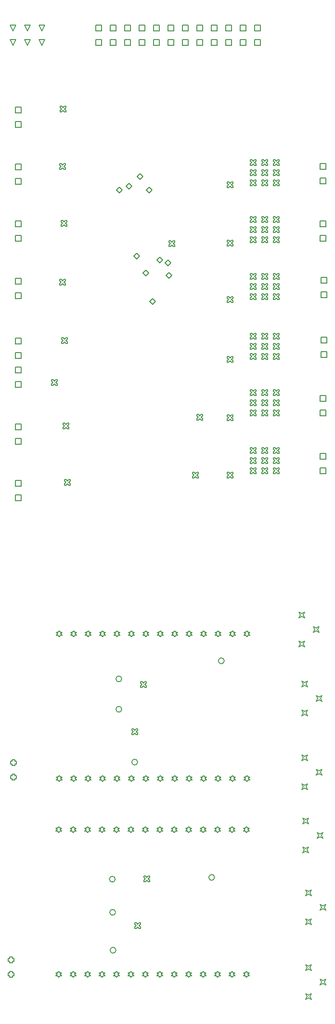
<source format=gbr>
G04 Layer_Color=2752767*
%FSLAX26Y26*%
%MOIN*%
%TF.FileFunction,Drawing*%
%TF.Part,Single*%
G01*
G75*
%TA.AperFunction,NonConductor*%
%ADD73C,0.005000*%
%ADD93C,0.006667*%
D73*
X1894504Y6681402D02*
Y6721402D01*
X1934504D01*
Y6681402D01*
X1894504D01*
Y6781402D02*
Y6821402D01*
X1934504D01*
Y6781402D01*
X1894504D01*
X794504Y6681402D02*
Y6721402D01*
X834504D01*
Y6681402D01*
X794504D01*
X894504D02*
Y6721402D01*
X934504D01*
Y6681402D01*
X894504D01*
X994504D02*
Y6721402D01*
X1034504D01*
Y6681402D01*
X994504D01*
X1094504D02*
Y6721402D01*
X1134504D01*
Y6681402D01*
X1094504D01*
X1194504D02*
Y6721402D01*
X1234504D01*
Y6681402D01*
X1194504D01*
X1294504D02*
Y6721402D01*
X1334504D01*
Y6681402D01*
X1294504D01*
X1394504D02*
Y6721402D01*
X1434504D01*
Y6681402D01*
X1394504D01*
X1494504D02*
Y6721402D01*
X1534504D01*
Y6681402D01*
X1494504D01*
X1594504D02*
Y6721402D01*
X1634504D01*
Y6681402D01*
X1594504D01*
X1694504D02*
Y6721402D01*
X1734504D01*
Y6681402D01*
X1694504D01*
X794504Y6781402D02*
Y6821402D01*
X834504D01*
Y6781402D01*
X794504D01*
X894504D02*
Y6821402D01*
X934504D01*
Y6781402D01*
X894504D01*
X994504D02*
Y6821402D01*
X1034504D01*
Y6781402D01*
X994504D01*
X1094504D02*
Y6821402D01*
X1134504D01*
Y6781402D01*
X1094504D01*
X1194504D02*
Y6821402D01*
X1234504D01*
Y6781402D01*
X1194504D01*
X1294504D02*
Y6821402D01*
X1334504D01*
Y6781402D01*
X1294504D01*
X1394504D02*
Y6821402D01*
X1434504D01*
Y6781402D01*
X1394504D01*
X1494504D02*
Y6821402D01*
X1534504D01*
Y6781402D01*
X1494504D01*
X1594504D02*
Y6821402D01*
X1634504D01*
Y6781402D01*
X1594504D01*
X1694504D02*
Y6821402D01*
X1734504D01*
Y6781402D01*
X1694504D01*
X1794504D02*
Y6821402D01*
X1834504D01*
Y6781402D01*
X1794504D01*
Y6681402D02*
Y6721402D01*
X1834504D01*
Y6681402D01*
X1794504D01*
X2350018Y3720444D02*
Y3760444D01*
X2390018D01*
Y3720444D01*
X2350018D01*
Y3820444D02*
Y3860444D01*
X2390018D01*
Y3820444D01*
X2350018D01*
X220412Y6680168D02*
X200412Y6720168D01*
X240412D01*
X220412Y6680168D01*
X320412D02*
X300412Y6720168D01*
X340412D01*
X320412Y6680168D01*
X420412D02*
X400412Y6720168D01*
X440412D01*
X420412Y6680168D01*
Y6780168D02*
X400412Y6820168D01*
X440412D01*
X420412Y6780168D01*
X320412D02*
X300412Y6820168D01*
X340412D01*
X320412Y6780168D01*
X220412D02*
X200412Y6820168D01*
X240412D01*
X220412Y6780168D01*
X239782Y4317568D02*
Y4357568D01*
X279782D01*
Y4317568D01*
X239782D01*
Y4417568D02*
Y4457568D01*
X279782D01*
Y4417568D01*
X239782D01*
Y4517568D02*
Y4557568D01*
X279782D01*
Y4517568D01*
X239782D01*
Y4617568D02*
Y4657568D01*
X279782D01*
Y4617568D01*
X239782D01*
X2355924Y4523868D02*
Y4563868D01*
X2395924D01*
Y4523868D01*
X2355924D01*
Y4623868D02*
Y4663868D01*
X2395924D01*
Y4623868D01*
X2355924D01*
Y4937254D02*
Y4977254D01*
X2395924D01*
Y4937254D01*
X2355924D01*
Y5037254D02*
Y5077254D01*
X2395924D01*
Y5037254D01*
X2355924D01*
X2350018Y4118358D02*
Y4158358D01*
X2390018D01*
Y4118358D01*
X2350018D01*
Y4218358D02*
Y4258358D01*
X2390018D01*
Y4218358D01*
X2350018D01*
Y5723250D02*
Y5763250D01*
X2390018D01*
Y5723250D01*
X2350018D01*
Y5823250D02*
Y5863250D01*
X2390018D01*
Y5823250D01*
X2350018D01*
X239782Y3531742D02*
Y3571742D01*
X279782D01*
Y3531742D01*
X239782D01*
Y3631742D02*
Y3671742D01*
X279782D01*
Y3631742D01*
X239782D01*
X2350018Y5325706D02*
Y5365706D01*
X2390018D01*
Y5325706D01*
X2350018D01*
Y5425706D02*
Y5465706D01*
X2390018D01*
Y5425706D01*
X2350018D01*
X239782Y3921506D02*
Y3961506D01*
X279782D01*
Y3921506D01*
X239782D01*
Y4021506D02*
Y4061506D01*
X279782D01*
Y4021506D01*
X239782D01*
Y5720062D02*
Y5760062D01*
X279782D01*
Y5720062D01*
X239782D01*
Y5820062D02*
Y5860062D01*
X279782D01*
Y5820062D01*
X239782D01*
Y5325706D02*
Y5365706D01*
X279782D01*
Y5325706D01*
X239782D01*
Y5425706D02*
Y5465706D01*
X279782D01*
Y5425706D01*
X239782D01*
Y4931348D02*
Y4971348D01*
X279782D01*
Y4931348D01*
X239782D01*
Y5031348D02*
Y5071348D01*
X279782D01*
Y5031348D01*
X239782D01*
X543246Y1593554D02*
X553246Y1603554D01*
X563246D01*
X553246Y1613554D01*
X563246Y1623554D01*
X553246D01*
X543246Y1633554D01*
X533246Y1623554D01*
X523246D01*
X533246Y1613554D01*
X523246Y1603554D01*
X533246D01*
X543246Y1593554D01*
X643246D02*
X653246Y1603554D01*
X663246D01*
X653246Y1613554D01*
X663246Y1623554D01*
X653246D01*
X643246Y1633554D01*
X633246Y1623554D01*
X623246D01*
X633246Y1613554D01*
X623246Y1603554D01*
X633246D01*
X643246Y1593554D01*
X743246D02*
X753246Y1603554D01*
X763246D01*
X753246Y1613554D01*
X763246Y1623554D01*
X753246D01*
X743246Y1633554D01*
X733246Y1623554D01*
X723246D01*
X733246Y1613554D01*
X723246Y1603554D01*
X733246D01*
X743246Y1593554D01*
X843246D02*
X853246Y1603554D01*
X863246D01*
X853246Y1613554D01*
X863246Y1623554D01*
X853246D01*
X843246Y1633554D01*
X833246Y1623554D01*
X823246D01*
X833246Y1613554D01*
X823246Y1603554D01*
X833246D01*
X843246Y1593554D01*
X943246D02*
X953246Y1603554D01*
X963246D01*
X953246Y1613554D01*
X963246Y1623554D01*
X953246D01*
X943246Y1633554D01*
X933246Y1623554D01*
X923246D01*
X933246Y1613554D01*
X923246Y1603554D01*
X933246D01*
X943246Y1593554D01*
X1043246D02*
X1053246Y1603554D01*
X1063246D01*
X1053246Y1613554D01*
X1063246Y1623554D01*
X1053246D01*
X1043246Y1633554D01*
X1033246Y1623554D01*
X1023246D01*
X1033246Y1613554D01*
X1023246Y1603554D01*
X1033246D01*
X1043246Y1593554D01*
X1143246D02*
X1153246Y1603554D01*
X1163246D01*
X1153246Y1613554D01*
X1163246Y1623554D01*
X1153246D01*
X1143246Y1633554D01*
X1133246Y1623554D01*
X1123246D01*
X1133246Y1613554D01*
X1123246Y1603554D01*
X1133246D01*
X1143246Y1593554D01*
X1243246D02*
X1253246Y1603554D01*
X1263246D01*
X1253246Y1613554D01*
X1263246Y1623554D01*
X1253246D01*
X1243246Y1633554D01*
X1233246Y1623554D01*
X1223246D01*
X1233246Y1613554D01*
X1223246Y1603554D01*
X1233246D01*
X1243246Y1593554D01*
X1343246D02*
X1353246Y1603554D01*
X1363246D01*
X1353246Y1613554D01*
X1363246Y1623554D01*
X1353246D01*
X1343246Y1633554D01*
X1333246Y1623554D01*
X1323246D01*
X1333246Y1613554D01*
X1323246Y1603554D01*
X1333246D01*
X1343246Y1593554D01*
X1443246D02*
X1453246Y1603554D01*
X1463246D01*
X1453246Y1613554D01*
X1463246Y1623554D01*
X1453246D01*
X1443246Y1633554D01*
X1433246Y1623554D01*
X1423246D01*
X1433246Y1613554D01*
X1423246Y1603554D01*
X1433246D01*
X1443246Y1593554D01*
X1543246D02*
X1553246Y1603554D01*
X1563246D01*
X1553246Y1613554D01*
X1563246Y1623554D01*
X1553246D01*
X1543246Y1633554D01*
X1533246Y1623554D01*
X1523246D01*
X1533246Y1613554D01*
X1523246Y1603554D01*
X1533246D01*
X1543246Y1593554D01*
X1643246D02*
X1653246Y1603554D01*
X1663246D01*
X1653246Y1613554D01*
X1663246Y1623554D01*
X1653246D01*
X1643246Y1633554D01*
X1633246Y1623554D01*
X1623246D01*
X1633246Y1613554D01*
X1623246Y1603554D01*
X1633246D01*
X1643246Y1593554D01*
X1743246D02*
X1753246Y1603554D01*
X1763246D01*
X1753246Y1613554D01*
X1763246Y1623554D01*
X1753246D01*
X1743246Y1633554D01*
X1733246Y1623554D01*
X1723246D01*
X1733246Y1613554D01*
X1723246Y1603554D01*
X1733246D01*
X1743246Y1593554D01*
X1843246D02*
X1853246Y1603554D01*
X1863246D01*
X1853246Y1613554D01*
X1863246Y1623554D01*
X1853246D01*
X1843246Y1633554D01*
X1833246Y1623554D01*
X1823246D01*
X1833246Y1613554D01*
X1823246Y1603554D01*
X1833246D01*
X1843246Y1593554D01*
X543246Y2593554D02*
X553246Y2603554D01*
X563246D01*
X553246Y2613554D01*
X563246Y2623554D01*
X553246D01*
X543246Y2633554D01*
X533246Y2623554D01*
X523246D01*
X533246Y2613554D01*
X523246Y2603554D01*
X533246D01*
X543246Y2593554D01*
X643246D02*
X653246Y2603554D01*
X663246D01*
X653246Y2613554D01*
X663246Y2623554D01*
X653246D01*
X643246Y2633554D01*
X633246Y2623554D01*
X623246D01*
X633246Y2613554D01*
X623246Y2603554D01*
X633246D01*
X643246Y2593554D01*
X743246D02*
X753246Y2603554D01*
X763246D01*
X753246Y2613554D01*
X763246Y2623554D01*
X753246D01*
X743246Y2633554D01*
X733246Y2623554D01*
X723246D01*
X733246Y2613554D01*
X723246Y2603554D01*
X733246D01*
X743246Y2593554D01*
X843246D02*
X853246Y2603554D01*
X863246D01*
X853246Y2613554D01*
X863246Y2623554D01*
X853246D01*
X843246Y2633554D01*
X833246Y2623554D01*
X823246D01*
X833246Y2613554D01*
X823246Y2603554D01*
X833246D01*
X843246Y2593554D01*
X943246D02*
X953246Y2603554D01*
X963246D01*
X953246Y2613554D01*
X963246Y2623554D01*
X953246D01*
X943246Y2633554D01*
X933246Y2623554D01*
X923246D01*
X933246Y2613554D01*
X923246Y2603554D01*
X933246D01*
X943246Y2593554D01*
X1043246D02*
X1053246Y2603554D01*
X1063246D01*
X1053246Y2613554D01*
X1063246Y2623554D01*
X1053246D01*
X1043246Y2633554D01*
X1033246Y2623554D01*
X1023246D01*
X1033246Y2613554D01*
X1023246Y2603554D01*
X1033246D01*
X1043246Y2593554D01*
X1143246D02*
X1153246Y2603554D01*
X1163246D01*
X1153246Y2613554D01*
X1163246Y2623554D01*
X1153246D01*
X1143246Y2633554D01*
X1133246Y2623554D01*
X1123246D01*
X1133246Y2613554D01*
X1123246Y2603554D01*
X1133246D01*
X1143246Y2593554D01*
X1243246D02*
X1253246Y2603554D01*
X1263246D01*
X1253246Y2613554D01*
X1263246Y2623554D01*
X1253246D01*
X1243246Y2633554D01*
X1233246Y2623554D01*
X1223246D01*
X1233246Y2613554D01*
X1223246Y2603554D01*
X1233246D01*
X1243246Y2593554D01*
X1343246D02*
X1353246Y2603554D01*
X1363246D01*
X1353246Y2613554D01*
X1363246Y2623554D01*
X1353246D01*
X1343246Y2633554D01*
X1333246Y2623554D01*
X1323246D01*
X1333246Y2613554D01*
X1323246Y2603554D01*
X1333246D01*
X1343246Y2593554D01*
X1443246D02*
X1453246Y2603554D01*
X1463246D01*
X1453246Y2613554D01*
X1463246Y2623554D01*
X1453246D01*
X1443246Y2633554D01*
X1433246Y2623554D01*
X1423246D01*
X1433246Y2613554D01*
X1423246Y2603554D01*
X1433246D01*
X1443246Y2593554D01*
X1543246D02*
X1553246Y2603554D01*
X1563246D01*
X1553246Y2613554D01*
X1563246Y2623554D01*
X1553246D01*
X1543246Y2633554D01*
X1533246Y2623554D01*
X1523246D01*
X1533246Y2613554D01*
X1523246Y2603554D01*
X1533246D01*
X1543246Y2593554D01*
X1643246D02*
X1653246Y2603554D01*
X1663246D01*
X1653246Y2613554D01*
X1663246Y2623554D01*
X1653246D01*
X1643246Y2633554D01*
X1633246Y2623554D01*
X1623246D01*
X1633246Y2613554D01*
X1623246Y2603554D01*
X1633246D01*
X1643246Y2593554D01*
X1743246D02*
X1753246Y2603554D01*
X1763246D01*
X1753246Y2613554D01*
X1763246Y2623554D01*
X1753246D01*
X1743246Y2633554D01*
X1733246Y2623554D01*
X1723246D01*
X1733246Y2613554D01*
X1723246Y2603554D01*
X1733246D01*
X1743246Y2593554D01*
X1843246D02*
X1853246Y2603554D01*
X1863246D01*
X1853246Y2613554D01*
X1863246Y2623554D01*
X1853246D01*
X1843246Y2633554D01*
X1833246Y2623554D01*
X1823246D01*
X1833246Y2613554D01*
X1823246Y2603554D01*
X1833246D01*
X1843246Y2593554D01*
X2201505Y2723401D02*
X2211505Y2743401D01*
X2201505Y2763401D01*
X2221505Y2753401D01*
X2241505Y2763401D01*
X2231505Y2743401D01*
X2241505Y2723401D01*
X2221505Y2733401D01*
X2201505Y2723401D01*
Y2523401D02*
X2211505Y2543401D01*
X2201505Y2563401D01*
X2221505Y2553401D01*
X2241505Y2563401D01*
X2231505Y2543401D01*
X2241505Y2523401D01*
X2221505Y2533401D01*
X2201505Y2523401D01*
X2301505Y2623401D02*
X2311505Y2643401D01*
X2301505Y2663401D01*
X2321505Y2653401D01*
X2341505Y2663401D01*
X2331505Y2643401D01*
X2341505Y2623401D01*
X2321505Y2633401D01*
X2301505Y2623401D01*
X538324Y240208D02*
X548324Y250208D01*
X558324D01*
X548324Y260208D01*
X558324Y270208D01*
X548324D01*
X538324Y280208D01*
X528324Y270208D01*
X518324D01*
X528324Y260208D01*
X518324Y250208D01*
X528324D01*
X538324Y240208D01*
X638324D02*
X648324Y250208D01*
X658324D01*
X648324Y260208D01*
X658324Y270208D01*
X648324D01*
X638324Y280208D01*
X628324Y270208D01*
X618324D01*
X628324Y260208D01*
X618324Y250208D01*
X628324D01*
X638324Y240208D01*
X738324D02*
X748324Y250208D01*
X758324D01*
X748324Y260208D01*
X758324Y270208D01*
X748324D01*
X738324Y280208D01*
X728324Y270208D01*
X718324D01*
X728324Y260208D01*
X718324Y250208D01*
X728324D01*
X738324Y240208D01*
X838324D02*
X848324Y250208D01*
X858324D01*
X848324Y260208D01*
X858324Y270208D01*
X848324D01*
X838324Y280208D01*
X828324Y270208D01*
X818324D01*
X828324Y260208D01*
X818324Y250208D01*
X828324D01*
X838324Y240208D01*
X938324D02*
X948324Y250208D01*
X958324D01*
X948324Y260208D01*
X958324Y270208D01*
X948324D01*
X938324Y280208D01*
X928324Y270208D01*
X918324D01*
X928324Y260208D01*
X918324Y250208D01*
X928324D01*
X938324Y240208D01*
X1038324D02*
X1048324Y250208D01*
X1058324D01*
X1048324Y260208D01*
X1058324Y270208D01*
X1048324D01*
X1038324Y280208D01*
X1028324Y270208D01*
X1018324D01*
X1028324Y260208D01*
X1018324Y250208D01*
X1028324D01*
X1038324Y240208D01*
X1138324D02*
X1148324Y250208D01*
X1158324D01*
X1148324Y260208D01*
X1158324Y270208D01*
X1148324D01*
X1138324Y280208D01*
X1128324Y270208D01*
X1118324D01*
X1128324Y260208D01*
X1118324Y250208D01*
X1128324D01*
X1138324Y240208D01*
X1238324D02*
X1248324Y250208D01*
X1258324D01*
X1248324Y260208D01*
X1258324Y270208D01*
X1248324D01*
X1238324Y280208D01*
X1228324Y270208D01*
X1218324D01*
X1228324Y260208D01*
X1218324Y250208D01*
X1228324D01*
X1238324Y240208D01*
X1338324D02*
X1348324Y250208D01*
X1358324D01*
X1348324Y260208D01*
X1358324Y270208D01*
X1348324D01*
X1338324Y280208D01*
X1328324Y270208D01*
X1318324D01*
X1328324Y260208D01*
X1318324Y250208D01*
X1328324D01*
X1338324Y240208D01*
X1438324D02*
X1448324Y250208D01*
X1458324D01*
X1448324Y260208D01*
X1458324Y270208D01*
X1448324D01*
X1438324Y280208D01*
X1428324Y270208D01*
X1418324D01*
X1428324Y260208D01*
X1418324Y250208D01*
X1428324D01*
X1438324Y240208D01*
X1538324D02*
X1548324Y250208D01*
X1558324D01*
X1548324Y260208D01*
X1558324Y270208D01*
X1548324D01*
X1538324Y280208D01*
X1528324Y270208D01*
X1518324D01*
X1528324Y260208D01*
X1518324Y250208D01*
X1528324D01*
X1538324Y240208D01*
X1638324D02*
X1648324Y250208D01*
X1658324D01*
X1648324Y260208D01*
X1658324Y270208D01*
X1648324D01*
X1638324Y280208D01*
X1628324Y270208D01*
X1618324D01*
X1628324Y260208D01*
X1618324Y250208D01*
X1628324D01*
X1638324Y240208D01*
X1738324D02*
X1748324Y250208D01*
X1758324D01*
X1748324Y260208D01*
X1758324Y270208D01*
X1748324D01*
X1738324Y280208D01*
X1728324Y270208D01*
X1718324D01*
X1728324Y260208D01*
X1718324Y250208D01*
X1728324D01*
X1738324Y240208D01*
X1838324D02*
X1848324Y250208D01*
X1858324D01*
X1848324Y260208D01*
X1858324Y270208D01*
X1848324D01*
X1838324Y280208D01*
X1828324Y270208D01*
X1818324D01*
X1828324Y260208D01*
X1818324Y250208D01*
X1828324D01*
X1838324Y240208D01*
X538324Y1240208D02*
X548324Y1250208D01*
X558324D01*
X548324Y1260208D01*
X558324Y1270208D01*
X548324D01*
X538324Y1280208D01*
X528324Y1270208D01*
X518324D01*
X528324Y1260208D01*
X518324Y1250208D01*
X528324D01*
X538324Y1240208D01*
X638324D02*
X648324Y1250208D01*
X658324D01*
X648324Y1260208D01*
X658324Y1270208D01*
X648324D01*
X638324Y1280208D01*
X628324Y1270208D01*
X618324D01*
X628324Y1260208D01*
X618324Y1250208D01*
X628324D01*
X638324Y1240208D01*
X738324D02*
X748324Y1250208D01*
X758324D01*
X748324Y1260208D01*
X758324Y1270208D01*
X748324D01*
X738324Y1280208D01*
X728324Y1270208D01*
X718324D01*
X728324Y1260208D01*
X718324Y1250208D01*
X728324D01*
X738324Y1240208D01*
X838324D02*
X848324Y1250208D01*
X858324D01*
X848324Y1260208D01*
X858324Y1270208D01*
X848324D01*
X838324Y1280208D01*
X828324Y1270208D01*
X818324D01*
X828324Y1260208D01*
X818324Y1250208D01*
X828324D01*
X838324Y1240208D01*
X938324D02*
X948324Y1250208D01*
X958324D01*
X948324Y1260208D01*
X958324Y1270208D01*
X948324D01*
X938324Y1280208D01*
X928324Y1270208D01*
X918324D01*
X928324Y1260208D01*
X918324Y1250208D01*
X928324D01*
X938324Y1240208D01*
X1038324D02*
X1048324Y1250208D01*
X1058324D01*
X1048324Y1260208D01*
X1058324Y1270208D01*
X1048324D01*
X1038324Y1280208D01*
X1028324Y1270208D01*
X1018324D01*
X1028324Y1260208D01*
X1018324Y1250208D01*
X1028324D01*
X1038324Y1240208D01*
X1138324D02*
X1148324Y1250208D01*
X1158324D01*
X1148324Y1260208D01*
X1158324Y1270208D01*
X1148324D01*
X1138324Y1280208D01*
X1128324Y1270208D01*
X1118324D01*
X1128324Y1260208D01*
X1118324Y1250208D01*
X1128324D01*
X1138324Y1240208D01*
X1238324D02*
X1248324Y1250208D01*
X1258324D01*
X1248324Y1260208D01*
X1258324Y1270208D01*
X1248324D01*
X1238324Y1280208D01*
X1228324Y1270208D01*
X1218324D01*
X1228324Y1260208D01*
X1218324Y1250208D01*
X1228324D01*
X1238324Y1240208D01*
X1338324D02*
X1348324Y1250208D01*
X1358324D01*
X1348324Y1260208D01*
X1358324Y1270208D01*
X1348324D01*
X1338324Y1280208D01*
X1328324Y1270208D01*
X1318324D01*
X1328324Y1260208D01*
X1318324Y1250208D01*
X1328324D01*
X1338324Y1240208D01*
X1438324D02*
X1448324Y1250208D01*
X1458324D01*
X1448324Y1260208D01*
X1458324Y1270208D01*
X1448324D01*
X1438324Y1280208D01*
X1428324Y1270208D01*
X1418324D01*
X1428324Y1260208D01*
X1418324Y1250208D01*
X1428324D01*
X1438324Y1240208D01*
X1538324D02*
X1548324Y1250208D01*
X1558324D01*
X1548324Y1260208D01*
X1558324Y1270208D01*
X1548324D01*
X1538324Y1280208D01*
X1528324Y1270208D01*
X1518324D01*
X1528324Y1260208D01*
X1518324Y1250208D01*
X1528324D01*
X1538324Y1240208D01*
X1638324D02*
X1648324Y1250208D01*
X1658324D01*
X1648324Y1260208D01*
X1658324Y1270208D01*
X1648324D01*
X1638324Y1280208D01*
X1628324Y1270208D01*
X1618324D01*
X1628324Y1260208D01*
X1618324Y1250208D01*
X1628324D01*
X1638324Y1240208D01*
X1738324D02*
X1748324Y1250208D01*
X1758324D01*
X1748324Y1260208D01*
X1758324Y1270208D01*
X1748324D01*
X1738324Y1280208D01*
X1728324Y1270208D01*
X1718324D01*
X1728324Y1260208D01*
X1718324Y1250208D01*
X1728324D01*
X1738324Y1240208D01*
X1838324D02*
X1848324Y1250208D01*
X1858324D01*
X1848324Y1260208D01*
X1858324Y1270208D01*
X1848324D01*
X1838324Y1280208D01*
X1828324Y1270208D01*
X1818324D01*
X1828324Y1260208D01*
X1818324Y1250208D01*
X1828324D01*
X1838324Y1240208D01*
X2228505Y1301250D02*
X2238505Y1321250D01*
X2228505Y1341250D01*
X2248505Y1331250D01*
X2268505Y1341250D01*
X2258505Y1321250D01*
X2268505Y1301250D01*
X2248505Y1311250D01*
X2228505Y1301250D01*
Y1101250D02*
X2238505Y1121250D01*
X2228505Y1141250D01*
X2248505Y1131250D01*
X2268505Y1141250D01*
X2258505Y1121250D01*
X2268505Y1101250D01*
X2248505Y1111250D01*
X2228505Y1101250D01*
X2328505Y1201250D02*
X2338505Y1221250D01*
X2328505Y1241250D01*
X2348505Y1231250D01*
X2368505Y1241250D01*
X2358505Y1221250D01*
X2368505Y1201250D01*
X2348505Y1211250D01*
X2328505Y1201250D01*
X2220504Y2247401D02*
X2230504Y2267401D01*
X2220504Y2287401D01*
X2240504Y2277401D01*
X2260504Y2287401D01*
X2250504Y2267401D01*
X2260504Y2247401D01*
X2240504Y2257401D01*
X2220504Y2247401D01*
Y2047401D02*
X2230504Y2067401D01*
X2220504Y2087401D01*
X2240504Y2077401D01*
X2260504Y2087401D01*
X2250504Y2067401D01*
X2260504Y2047401D01*
X2240504Y2057401D01*
X2220504Y2047401D01*
X2320504Y2147401D02*
X2330504Y2167401D01*
X2320504Y2187401D01*
X2340504Y2177401D01*
X2360504Y2187401D01*
X2350504Y2167401D01*
X2360504Y2147401D01*
X2340504Y2157401D01*
X2320504Y2147401D01*
X2247504Y803390D02*
X2257504Y823390D01*
X2247504Y843390D01*
X2267504Y833390D01*
X2287504Y843390D01*
X2277504Y823390D01*
X2287504Y803390D01*
X2267504Y813390D01*
X2247504Y803390D01*
Y603390D02*
X2257504Y623390D01*
X2247504Y643390D01*
X2267504Y633390D01*
X2287504Y643390D01*
X2277504Y623390D01*
X2287504Y603390D01*
X2267504Y613390D01*
X2247504Y603390D01*
X2347504Y703390D02*
X2357504Y723390D01*
X2347504Y743390D01*
X2367504Y733390D01*
X2387504Y743390D01*
X2377504Y723390D01*
X2387504Y703390D01*
X2367504Y713390D01*
X2347504Y703390D01*
X199504Y349402D02*
Y339402D01*
X219504D01*
Y349402D01*
X229504D01*
Y369402D01*
X219504D01*
Y379402D01*
X199504D01*
Y369402D01*
X189504D01*
Y349402D01*
X199504D01*
Y249402D02*
Y239402D01*
X219504D01*
Y249402D01*
X229504D01*
Y269402D01*
X219504D01*
Y279402D01*
X199504D01*
Y269402D01*
X189504D01*
Y249402D01*
X199504D01*
X215504Y1714402D02*
Y1704402D01*
X235504D01*
Y1714402D01*
X245504D01*
Y1734402D01*
X235504D01*
Y1744402D01*
X215504D01*
Y1734402D01*
X205504D01*
Y1714402D01*
X215504D01*
Y1614402D02*
Y1604402D01*
X235504D01*
Y1614402D01*
X245504D01*
Y1634402D01*
X235504D01*
Y1644402D01*
X215504D01*
Y1634402D01*
X205504D01*
Y1614402D01*
X215504D01*
X2220504Y1737402D02*
X2230504Y1757402D01*
X2220504Y1777402D01*
X2240504Y1767402D01*
X2260504Y1777402D01*
X2250504Y1757402D01*
X2260504Y1737402D01*
X2240504Y1747402D01*
X2220504Y1737402D01*
Y1537402D02*
X2230504Y1557402D01*
X2220504Y1577402D01*
X2240504Y1567402D01*
X2260504Y1577402D01*
X2250504Y1557402D01*
X2260504Y1537402D01*
X2240504Y1547402D01*
X2220504Y1537402D01*
X2320504Y1637402D02*
X2330504Y1657402D01*
X2320504Y1677402D01*
X2340504Y1667402D01*
X2360504Y1677402D01*
X2350504Y1657402D01*
X2360504Y1637402D01*
X2340504Y1647402D01*
X2320504Y1637402D01*
X2247504Y287402D02*
X2257504Y307402D01*
X2247504Y327402D01*
X2267504Y317402D01*
X2287504Y327402D01*
X2277504Y307402D01*
X2287504Y287402D01*
X2267504Y297402D01*
X2247504Y287402D01*
Y87402D02*
X2257504Y107402D01*
X2247504Y127402D01*
X2267504Y117402D01*
X2287504Y127402D01*
X2277504Y107402D01*
X2287504Y87402D01*
X2267504Y97402D01*
X2247504Y87402D01*
X2347504Y187402D02*
X2357504Y207402D01*
X2347504Y227402D01*
X2367504Y217402D01*
X2387504Y227402D01*
X2377504Y207402D01*
X2387504Y187402D01*
X2367504Y197402D01*
X2347504Y187402D01*
X239782Y6114418D02*
Y6154418D01*
X279782D01*
Y6114418D01*
X239782D01*
Y6214418D02*
Y6254418D01*
X279782D01*
Y6214418D01*
X239782D01*
X550000Y6220000D02*
X560000D01*
X570000Y6230000D01*
X580000Y6220000D01*
X590000D01*
Y6230000D01*
X580000Y6240000D01*
X590000Y6250000D01*
Y6260000D01*
X580000D01*
X570000Y6250000D01*
X560000Y6260000D01*
X550000D01*
Y6250000D01*
X560000Y6240000D01*
X550000Y6230000D01*
Y6220000D01*
X490000Y4330000D02*
X500000D01*
X510000Y4340000D01*
X520000Y4330000D01*
X530000D01*
Y4340000D01*
X520000Y4350000D01*
X530000Y4360000D01*
Y4370000D01*
X520000D01*
X510000Y4360000D01*
X500000Y4370000D01*
X490000D01*
Y4360000D01*
X500000Y4350000D01*
X490000Y4340000D01*
Y4330000D01*
X1121120Y5107726D02*
X1141120Y5127726D01*
X1161120Y5107726D01*
X1141120Y5087726D01*
X1121120Y5107726D01*
X1704348Y4085680D02*
X1714348D01*
X1724348Y4095680D01*
X1734348Y4085680D01*
X1744348D01*
Y4095680D01*
X1734348Y4105680D01*
X1744348Y4115680D01*
Y4125680D01*
X1734348D01*
X1724348Y4115680D01*
X1714348Y4125680D01*
X1704348D01*
Y4115680D01*
X1714348Y4105680D01*
X1704348Y4095680D01*
Y4085680D01*
Y4491190D02*
X1714348D01*
X1724348Y4501190D01*
X1734348Y4491190D01*
X1744348D01*
Y4501190D01*
X1734348Y4511190D01*
X1744348Y4521190D01*
Y4531190D01*
X1734348D01*
X1724348Y4521190D01*
X1714348Y4531190D01*
X1704348D01*
Y4521190D01*
X1714348Y4511190D01*
X1704348Y4501190D01*
Y4491190D01*
Y4904576D02*
X1714348D01*
X1724348Y4914576D01*
X1734348Y4904576D01*
X1744348D01*
Y4914576D01*
X1734348Y4924576D01*
X1744348Y4934576D01*
Y4944576D01*
X1734348D01*
X1724348Y4934576D01*
X1714348Y4944576D01*
X1704348D01*
Y4934576D01*
X1714348Y4924576D01*
X1704348Y4914576D01*
Y4904576D01*
Y5294340D02*
X1714348D01*
X1724348Y5304340D01*
X1734348Y5294340D01*
X1744348D01*
Y5304340D01*
X1734348Y5314340D01*
X1744348Y5324340D01*
Y5334340D01*
X1734348D01*
X1724348Y5324340D01*
X1714348Y5334340D01*
X1704348D01*
Y5324340D01*
X1714348Y5314340D01*
X1704348Y5304340D01*
Y5294340D01*
Y5695916D02*
X1714348D01*
X1724348Y5705916D01*
X1734348Y5695916D01*
X1744348D01*
Y5705916D01*
X1734348Y5715916D01*
X1744348Y5725916D01*
Y5735916D01*
X1734348D01*
X1724348Y5725916D01*
X1714348Y5735916D01*
X1704348D01*
Y5725916D01*
X1714348Y5715916D01*
X1704348Y5705916D01*
Y5695916D01*
X1060018Y5223250D02*
X1080018Y5243250D01*
X1100018Y5223250D01*
X1080018Y5203250D01*
X1060018Y5223250D01*
X1864504Y5851402D02*
X1874504D01*
X1884504Y5861402D01*
X1894504Y5851402D01*
X1904504D01*
Y5861402D01*
X1894504Y5871402D01*
X1904504Y5881402D01*
Y5891402D01*
X1894504D01*
X1884504Y5881402D01*
X1874504Y5891402D01*
X1864504D01*
Y5881402D01*
X1874504Y5871402D01*
X1864504Y5861402D01*
Y5851402D01*
Y5781402D02*
X1874504D01*
X1884504Y5791402D01*
X1894504Y5781402D01*
X1904504D01*
Y5791402D01*
X1894504Y5801402D01*
X1904504Y5811402D01*
Y5821402D01*
X1894504D01*
X1884504Y5811402D01*
X1874504Y5821402D01*
X1864504D01*
Y5811402D01*
X1874504Y5801402D01*
X1864504Y5791402D01*
Y5781402D01*
Y5711402D02*
X1874504D01*
X1884504Y5721402D01*
X1894504Y5711402D01*
X1904504D01*
Y5721402D01*
X1894504Y5731402D01*
X1904504Y5741402D01*
Y5751402D01*
X1894504D01*
X1884504Y5741402D01*
X1874504Y5751402D01*
X1864504D01*
Y5741402D01*
X1874504Y5731402D01*
X1864504Y5721402D01*
Y5711402D01*
X1944504D02*
X1954504D01*
X1964504Y5721402D01*
X1974504Y5711402D01*
X1984504D01*
Y5721402D01*
X1974504Y5731402D01*
X1984504Y5741402D01*
Y5751402D01*
X1974504D01*
X1964504Y5741402D01*
X1954504Y5751402D01*
X1944504D01*
Y5741402D01*
X1954504Y5731402D01*
X1944504Y5721402D01*
Y5711402D01*
X2024504D02*
X2034504D01*
X2044504Y5721402D01*
X2054504Y5711402D01*
X2064504D01*
Y5721402D01*
X2054504Y5731402D01*
X2064504Y5741402D01*
Y5751402D01*
X2054504D01*
X2044504Y5741402D01*
X2034504Y5751402D01*
X2024504D01*
Y5741402D01*
X2034504Y5731402D01*
X2024504Y5721402D01*
Y5711402D01*
Y5781402D02*
X2034504D01*
X2044504Y5791402D01*
X2054504Y5781402D01*
X2064504D01*
Y5791402D01*
X2054504Y5801402D01*
X2064504Y5811402D01*
Y5821402D01*
X2054504D01*
X2044504Y5811402D01*
X2034504Y5821402D01*
X2024504D01*
Y5811402D01*
X2034504Y5801402D01*
X2024504Y5791402D01*
Y5781402D01*
Y5851402D02*
X2034504D01*
X2044504Y5861402D01*
X2054504Y5851402D01*
X2064504D01*
Y5861402D01*
X2054504Y5871402D01*
X2064504Y5881402D01*
Y5891402D01*
X2054504D01*
X2044504Y5881402D01*
X2034504Y5891402D01*
X2024504D01*
Y5881402D01*
X2034504Y5871402D01*
X2024504Y5861402D01*
Y5851402D01*
X1944504Y5781402D02*
X1954504D01*
X1964504Y5791402D01*
X1974504Y5781402D01*
X1984504D01*
Y5791402D01*
X1974504Y5801402D01*
X1984504Y5811402D01*
Y5821402D01*
X1974504D01*
X1964504Y5811402D01*
X1954504Y5821402D01*
X1944504D01*
Y5811402D01*
X1954504Y5801402D01*
X1944504Y5791402D01*
Y5781402D01*
Y5851402D02*
X1954504D01*
X1964504Y5861402D01*
X1974504Y5851402D01*
X1984504D01*
Y5861402D01*
X1974504Y5871402D01*
X1984504Y5881402D01*
Y5891402D01*
X1974504D01*
X1964504Y5881402D01*
X1954504Y5891402D01*
X1944504D01*
Y5881402D01*
X1954504Y5871402D01*
X1944504Y5861402D01*
Y5851402D01*
Y5457042D02*
X1954504D01*
X1964504Y5467042D01*
X1974504Y5457042D01*
X1984504D01*
Y5467042D01*
X1974504Y5477042D01*
X1984504Y5487042D01*
Y5497042D01*
X1974504D01*
X1964504Y5487042D01*
X1954504Y5497042D01*
X1944504D01*
Y5487042D01*
X1954504Y5477042D01*
X1944504Y5467042D01*
Y5457042D01*
Y5387042D02*
X1954504D01*
X1964504Y5397042D01*
X1974504Y5387042D01*
X1984504D01*
Y5397042D01*
X1974504Y5407042D01*
X1984504Y5417042D01*
Y5427042D01*
X1974504D01*
X1964504Y5417042D01*
X1954504Y5427042D01*
X1944504D01*
Y5417042D01*
X1954504Y5407042D01*
X1944504Y5397042D01*
Y5387042D01*
X2024504Y5457042D02*
X2034504D01*
X2044504Y5467042D01*
X2054504Y5457042D01*
X2064504D01*
Y5467042D01*
X2054504Y5477042D01*
X2064504Y5487042D01*
Y5497042D01*
X2054504D01*
X2044504Y5487042D01*
X2034504Y5497042D01*
X2024504D01*
Y5487042D01*
X2034504Y5477042D01*
X2024504Y5467042D01*
Y5457042D01*
Y5387042D02*
X2034504D01*
X2044504Y5397042D01*
X2054504Y5387042D01*
X2064504D01*
Y5397042D01*
X2054504Y5407042D01*
X2064504Y5417042D01*
Y5427042D01*
X2054504D01*
X2044504Y5417042D01*
X2034504Y5427042D01*
X2024504D01*
Y5417042D01*
X2034504Y5407042D01*
X2024504Y5397042D01*
Y5387042D01*
Y5317042D02*
X2034504D01*
X2044504Y5327042D01*
X2054504Y5317042D01*
X2064504D01*
Y5327042D01*
X2054504Y5337042D01*
X2064504Y5347042D01*
Y5357042D01*
X2054504D01*
X2044504Y5347042D01*
X2034504Y5357042D01*
X2024504D01*
Y5347042D01*
X2034504Y5337042D01*
X2024504Y5327042D01*
Y5317042D01*
X1944504D02*
X1954504D01*
X1964504Y5327042D01*
X1974504Y5317042D01*
X1984504D01*
Y5327042D01*
X1974504Y5337042D01*
X1984504Y5347042D01*
Y5357042D01*
X1974504D01*
X1964504Y5347042D01*
X1954504Y5357042D01*
X1944504D01*
Y5347042D01*
X1954504Y5337042D01*
X1944504Y5327042D01*
Y5317042D01*
X1864504D02*
X1874504D01*
X1884504Y5327042D01*
X1894504Y5317042D01*
X1904504D01*
Y5327042D01*
X1894504Y5337042D01*
X1904504Y5347042D01*
Y5357042D01*
X1894504D01*
X1884504Y5347042D01*
X1874504Y5357042D01*
X1864504D01*
Y5347042D01*
X1874504Y5337042D01*
X1864504Y5327042D01*
Y5317042D01*
Y5387042D02*
X1874504D01*
X1884504Y5397042D01*
X1894504Y5387042D01*
X1904504D01*
Y5397042D01*
X1894504Y5407042D01*
X1904504Y5417042D01*
Y5427042D01*
X1894504D01*
X1884504Y5417042D01*
X1874504Y5427042D01*
X1864504D01*
Y5417042D01*
X1874504Y5407042D01*
X1864504Y5397042D01*
Y5387042D01*
Y5457042D02*
X1874504D01*
X1884504Y5467042D01*
X1894504Y5457042D01*
X1904504D01*
Y5467042D01*
X1894504Y5477042D01*
X1904504Y5487042D01*
Y5497042D01*
X1894504D01*
X1884504Y5487042D01*
X1874504Y5497042D01*
X1864504D01*
Y5487042D01*
X1874504Y5477042D01*
X1864504Y5467042D01*
Y5457042D01*
X1944504Y5062686D02*
X1954504D01*
X1964504Y5072686D01*
X1974504Y5062686D01*
X1984504D01*
Y5072686D01*
X1974504Y5082686D01*
X1984504Y5092686D01*
Y5102686D01*
X1974504D01*
X1964504Y5092686D01*
X1954504Y5102686D01*
X1944504D01*
Y5092686D01*
X1954504Y5082686D01*
X1944504Y5072686D01*
Y5062686D01*
Y4992686D02*
X1954504D01*
X1964504Y5002686D01*
X1974504Y4992686D01*
X1984504D01*
Y5002686D01*
X1974504Y5012686D01*
X1984504Y5022686D01*
Y5032686D01*
X1974504D01*
X1964504Y5022686D01*
X1954504Y5032686D01*
X1944504D01*
Y5022686D01*
X1954504Y5012686D01*
X1944504Y5002686D01*
Y4992686D01*
X2024504Y5062686D02*
X2034504D01*
X2044504Y5072686D01*
X2054504Y5062686D01*
X2064504D01*
Y5072686D01*
X2054504Y5082686D01*
X2064504Y5092686D01*
Y5102686D01*
X2054504D01*
X2044504Y5092686D01*
X2034504Y5102686D01*
X2024504D01*
Y5092686D01*
X2034504Y5082686D01*
X2024504Y5072686D01*
Y5062686D01*
Y4992686D02*
X2034504D01*
X2044504Y5002686D01*
X2054504Y4992686D01*
X2064504D01*
Y5002686D01*
X2054504Y5012686D01*
X2064504Y5022686D01*
Y5032686D01*
X2054504D01*
X2044504Y5022686D01*
X2034504Y5032686D01*
X2024504D01*
Y5022686D01*
X2034504Y5012686D01*
X2024504Y5002686D01*
Y4992686D01*
Y4922686D02*
X2034504D01*
X2044504Y4932686D01*
X2054504Y4922686D01*
X2064504D01*
Y4932686D01*
X2054504Y4942686D01*
X2064504Y4952686D01*
Y4962686D01*
X2054504D01*
X2044504Y4952686D01*
X2034504Y4962686D01*
X2024504D01*
Y4952686D01*
X2034504Y4942686D01*
X2024504Y4932686D01*
Y4922686D01*
X1944504D02*
X1954504D01*
X1964504Y4932686D01*
X1974504Y4922686D01*
X1984504D01*
Y4932686D01*
X1974504Y4942686D01*
X1984504Y4952686D01*
Y4962686D01*
X1974504D01*
X1964504Y4952686D01*
X1954504Y4962686D01*
X1944504D01*
Y4952686D01*
X1954504Y4942686D01*
X1944504Y4932686D01*
Y4922686D01*
X1864504D02*
X1874504D01*
X1884504Y4932686D01*
X1894504Y4922686D01*
X1904504D01*
Y4932686D01*
X1894504Y4942686D01*
X1904504Y4952686D01*
Y4962686D01*
X1894504D01*
X1884504Y4952686D01*
X1874504Y4962686D01*
X1864504D01*
Y4952686D01*
X1874504Y4942686D01*
X1864504Y4932686D01*
Y4922686D01*
Y4992686D02*
X1874504D01*
X1884504Y5002686D01*
X1894504Y4992686D01*
X1904504D01*
Y5002686D01*
X1894504Y5012686D01*
X1904504Y5022686D01*
Y5032686D01*
X1894504D01*
X1884504Y5022686D01*
X1874504Y5032686D01*
X1864504D01*
Y5022686D01*
X1874504Y5012686D01*
X1864504Y5002686D01*
Y4992686D01*
Y5062686D02*
X1874504D01*
X1884504Y5072686D01*
X1894504Y5062686D01*
X1904504D01*
Y5072686D01*
X1894504Y5082686D01*
X1904504Y5092686D01*
Y5102686D01*
X1894504D01*
X1884504Y5092686D01*
X1874504Y5102686D01*
X1864504D01*
Y5092686D01*
X1874504Y5082686D01*
X1864504Y5072686D01*
Y5062686D01*
X1944504Y4648908D02*
X1954504D01*
X1964504Y4658908D01*
X1974504Y4648908D01*
X1984504D01*
Y4658908D01*
X1974504Y4668908D01*
X1984504Y4678908D01*
Y4688908D01*
X1974504D01*
X1964504Y4678908D01*
X1954504Y4688908D01*
X1944504D01*
Y4678908D01*
X1954504Y4668908D01*
X1944504Y4658908D01*
Y4648908D01*
Y4578908D02*
X1954504D01*
X1964504Y4588908D01*
X1974504Y4578908D01*
X1984504D01*
Y4588908D01*
X1974504Y4598908D01*
X1984504Y4608908D01*
Y4618908D01*
X1974504D01*
X1964504Y4608908D01*
X1954504Y4618908D01*
X1944504D01*
Y4608908D01*
X1954504Y4598908D01*
X1944504Y4588908D01*
Y4578908D01*
X2024504Y4648908D02*
X2034504D01*
X2044504Y4658908D01*
X2054504Y4648908D01*
X2064504D01*
Y4658908D01*
X2054504Y4668908D01*
X2064504Y4678908D01*
Y4688908D01*
X2054504D01*
X2044504Y4678908D01*
X2034504Y4688908D01*
X2024504D01*
Y4678908D01*
X2034504Y4668908D01*
X2024504Y4658908D01*
Y4648908D01*
Y4578908D02*
X2034504D01*
X2044504Y4588908D01*
X2054504Y4578908D01*
X2064504D01*
Y4588908D01*
X2054504Y4598908D01*
X2064504Y4608908D01*
Y4618908D01*
X2054504D01*
X2044504Y4608908D01*
X2034504Y4618908D01*
X2024504D01*
Y4608908D01*
X2034504Y4598908D01*
X2024504Y4588908D01*
Y4578908D01*
Y4508908D02*
X2034504D01*
X2044504Y4518908D01*
X2054504Y4508908D01*
X2064504D01*
Y4518908D01*
X2054504Y4528908D01*
X2064504Y4538908D01*
Y4548908D01*
X2054504D01*
X2044504Y4538908D01*
X2034504Y4548908D01*
X2024504D01*
Y4538908D01*
X2034504Y4528908D01*
X2024504Y4518908D01*
Y4508908D01*
X1944504D02*
X1954504D01*
X1964504Y4518908D01*
X1974504Y4508908D01*
X1984504D01*
Y4518908D01*
X1974504Y4528908D01*
X1984504Y4538908D01*
Y4548908D01*
X1974504D01*
X1964504Y4538908D01*
X1954504Y4548908D01*
X1944504D01*
Y4538908D01*
X1954504Y4528908D01*
X1944504Y4518908D01*
Y4508908D01*
X1864504D02*
X1874504D01*
X1884504Y4518908D01*
X1894504Y4508908D01*
X1904504D01*
Y4518908D01*
X1894504Y4528908D01*
X1904504Y4538908D01*
Y4548908D01*
X1894504D01*
X1884504Y4538908D01*
X1874504Y4548908D01*
X1864504D01*
Y4538908D01*
X1874504Y4528908D01*
X1864504Y4518908D01*
Y4508908D01*
Y4578908D02*
X1874504D01*
X1884504Y4588908D01*
X1894504Y4578908D01*
X1904504D01*
Y4588908D01*
X1894504Y4598908D01*
X1904504Y4608908D01*
Y4618908D01*
X1894504D01*
X1884504Y4608908D01*
X1874504Y4618908D01*
X1864504D01*
Y4608908D01*
X1874504Y4598908D01*
X1864504Y4588908D01*
Y4578908D01*
Y4648908D02*
X1874504D01*
X1884504Y4658908D01*
X1894504Y4648908D01*
X1904504D01*
Y4658908D01*
X1894504Y4668908D01*
X1904504Y4678908D01*
Y4688908D01*
X1894504D01*
X1884504Y4678908D01*
X1874504Y4688908D01*
X1864504D01*
Y4678908D01*
X1874504Y4668908D01*
X1864504Y4658908D01*
Y4648908D01*
X1944504Y4261402D02*
X1954504D01*
X1964504Y4271402D01*
X1974504Y4261402D01*
X1984504D01*
Y4271402D01*
X1974504Y4281402D01*
X1984504Y4291402D01*
Y4301402D01*
X1974504D01*
X1964504Y4291402D01*
X1954504Y4301402D01*
X1944504D01*
Y4291402D01*
X1954504Y4281402D01*
X1944504Y4271402D01*
Y4261402D01*
Y4191402D02*
X1954504D01*
X1964504Y4201402D01*
X1974504Y4191402D01*
X1984504D01*
Y4201402D01*
X1974504Y4211402D01*
X1984504Y4221402D01*
Y4231402D01*
X1974504D01*
X1964504Y4221402D01*
X1954504Y4231402D01*
X1944504D01*
Y4221402D01*
X1954504Y4211402D01*
X1944504Y4201402D01*
Y4191402D01*
X2024504Y4261402D02*
X2034504D01*
X2044504Y4271402D01*
X2054504Y4261402D01*
X2064504D01*
Y4271402D01*
X2054504Y4281402D01*
X2064504Y4291402D01*
Y4301402D01*
X2054504D01*
X2044504Y4291402D01*
X2034504Y4301402D01*
X2024504D01*
Y4291402D01*
X2034504Y4281402D01*
X2024504Y4271402D01*
Y4261402D01*
Y4191402D02*
X2034504D01*
X2044504Y4201402D01*
X2054504Y4191402D01*
X2064504D01*
Y4201402D01*
X2054504Y4211402D01*
X2064504Y4221402D01*
Y4231402D01*
X2054504D01*
X2044504Y4221402D01*
X2034504Y4231402D01*
X2024504D01*
Y4221402D01*
X2034504Y4211402D01*
X2024504Y4201402D01*
Y4191402D01*
Y4121402D02*
X2034504D01*
X2044504Y4131402D01*
X2054504Y4121402D01*
X2064504D01*
Y4131402D01*
X2054504Y4141402D01*
X2064504Y4151402D01*
Y4161402D01*
X2054504D01*
X2044504Y4151402D01*
X2034504Y4161402D01*
X2024504D01*
Y4151402D01*
X2034504Y4141402D01*
X2024504Y4131402D01*
Y4121402D01*
X1944504D02*
X1954504D01*
X1964504Y4131402D01*
X1974504Y4121402D01*
X1984504D01*
Y4131402D01*
X1974504Y4141402D01*
X1984504Y4151402D01*
Y4161402D01*
X1974504D01*
X1964504Y4151402D01*
X1954504Y4161402D01*
X1944504D01*
Y4151402D01*
X1954504Y4141402D01*
X1944504Y4131402D01*
Y4121402D01*
X1864504D02*
X1874504D01*
X1884504Y4131402D01*
X1894504Y4121402D01*
X1904504D01*
Y4131402D01*
X1894504Y4141402D01*
X1904504Y4151402D01*
Y4161402D01*
X1894504D01*
X1884504Y4151402D01*
X1874504Y4161402D01*
X1864504D01*
Y4151402D01*
X1874504Y4141402D01*
X1864504Y4131402D01*
Y4121402D01*
Y4191402D02*
X1874504D01*
X1884504Y4201402D01*
X1894504Y4191402D01*
X1904504D01*
Y4201402D01*
X1894504Y4211402D01*
X1904504Y4221402D01*
Y4231402D01*
X1894504D01*
X1884504Y4221402D01*
X1874504Y4231402D01*
X1864504D01*
Y4221402D01*
X1874504Y4211402D01*
X1864504Y4201402D01*
Y4191402D01*
Y4261402D02*
X1874504D01*
X1884504Y4271402D01*
X1894504Y4261402D01*
X1904504D01*
Y4271402D01*
X1894504Y4281402D01*
X1904504Y4291402D01*
Y4301402D01*
X1894504D01*
X1884504Y4291402D01*
X1874504Y4301402D01*
X1864504D01*
Y4291402D01*
X1874504Y4281402D01*
X1864504Y4271402D01*
Y4261402D01*
X1944504Y3861402D02*
X1954504D01*
X1964504Y3871402D01*
X1974504Y3861402D01*
X1984504D01*
Y3871402D01*
X1974504Y3881402D01*
X1984504Y3891402D01*
Y3901402D01*
X1974504D01*
X1964504Y3891402D01*
X1954504Y3901402D01*
X1944504D01*
Y3891402D01*
X1954504Y3881402D01*
X1944504Y3871402D01*
Y3861402D01*
Y3791402D02*
X1954504D01*
X1964504Y3801402D01*
X1974504Y3791402D01*
X1984504D01*
Y3801402D01*
X1974504Y3811402D01*
X1984504Y3821402D01*
Y3831402D01*
X1974504D01*
X1964504Y3821402D01*
X1954504Y3831402D01*
X1944504D01*
Y3821402D01*
X1954504Y3811402D01*
X1944504Y3801402D01*
Y3791402D01*
X2024504Y3861402D02*
X2034504D01*
X2044504Y3871402D01*
X2054504Y3861402D01*
X2064504D01*
Y3871402D01*
X2054504Y3881402D01*
X2064504Y3891402D01*
Y3901402D01*
X2054504D01*
X2044504Y3891402D01*
X2034504Y3901402D01*
X2024504D01*
Y3891402D01*
X2034504Y3881402D01*
X2024504Y3871402D01*
Y3861402D01*
Y3791402D02*
X2034504D01*
X2044504Y3801402D01*
X2054504Y3791402D01*
X2064504D01*
Y3801402D01*
X2054504Y3811402D01*
X2064504Y3821402D01*
Y3831402D01*
X2054504D01*
X2044504Y3821402D01*
X2034504Y3831402D01*
X2024504D01*
Y3821402D01*
X2034504Y3811402D01*
X2024504Y3801402D01*
Y3791402D01*
Y3721402D02*
X2034504D01*
X2044504Y3731402D01*
X2054504Y3721402D01*
X2064504D01*
Y3731402D01*
X2054504Y3741402D01*
X2064504Y3751402D01*
Y3761402D01*
X2054504D01*
X2044504Y3751402D01*
X2034504Y3761402D01*
X2024504D01*
Y3751402D01*
X2034504Y3741402D01*
X2024504Y3731402D01*
Y3721402D01*
X1944504D02*
X1954504D01*
X1964504Y3731402D01*
X1974504Y3721402D01*
X1984504D01*
Y3731402D01*
X1974504Y3741402D01*
X1984504Y3751402D01*
Y3761402D01*
X1974504D01*
X1964504Y3751402D01*
X1954504Y3761402D01*
X1944504D01*
Y3751402D01*
X1954504Y3741402D01*
X1944504Y3731402D01*
Y3721402D01*
X1864504D02*
X1874504D01*
X1884504Y3731402D01*
X1894504Y3721402D01*
X1904504D01*
Y3731402D01*
X1894504Y3741402D01*
X1904504Y3751402D01*
Y3761402D01*
X1894504D01*
X1884504Y3751402D01*
X1874504Y3761402D01*
X1864504D01*
Y3751402D01*
X1874504Y3741402D01*
X1864504Y3731402D01*
Y3721402D01*
Y3791402D02*
X1874504D01*
X1884504Y3801402D01*
X1894504Y3791402D01*
X1904504D01*
Y3801402D01*
X1894504Y3811402D01*
X1904504Y3821402D01*
Y3831402D01*
X1894504D01*
X1884504Y3821402D01*
X1874504Y3831402D01*
X1864504D01*
Y3821402D01*
X1874504Y3811402D01*
X1864504Y3801402D01*
Y3791402D01*
Y3861402D02*
X1874504D01*
X1884504Y3871402D01*
X1894504Y3861402D01*
X1904504D01*
Y3871402D01*
X1894504Y3881402D01*
X1904504Y3891402D01*
Y3901402D01*
X1894504D01*
X1884504Y3891402D01*
X1874504Y3901402D01*
X1864504D01*
Y3891402D01*
X1874504Y3881402D01*
X1864504Y3871402D01*
Y3861402D01*
X1704504Y3691402D02*
X1714504D01*
X1724504Y3701402D01*
X1734504Y3691402D01*
X1744504D01*
Y3701402D01*
X1734504Y3711402D01*
X1744504Y3721402D01*
Y3731402D01*
X1734504D01*
X1724504Y3721402D01*
X1714504Y3731402D01*
X1704504D01*
Y3721402D01*
X1714504Y3711402D01*
X1704504Y3701402D01*
Y3691402D01*
X1464504D02*
X1474504D01*
X1484504Y3701402D01*
X1494504Y3691402D01*
X1504504D01*
Y3701402D01*
X1494504Y3711402D01*
X1504504Y3721402D01*
Y3731402D01*
X1494504D01*
X1484504Y3721402D01*
X1474504Y3731402D01*
X1464504D01*
Y3721402D01*
X1474504Y3711402D01*
X1464504Y3701402D01*
Y3691402D01*
X1494504Y4091402D02*
X1504504D01*
X1514504Y4101402D01*
X1524504Y4091402D01*
X1534504D01*
Y4101402D01*
X1524504Y4111402D01*
X1534504Y4121402D01*
Y4131402D01*
X1524504D01*
X1514504Y4121402D01*
X1504504Y4131402D01*
X1494504D01*
Y4121402D01*
X1504504Y4111402D01*
X1494504Y4101402D01*
Y4091402D01*
X1045504Y1916402D02*
X1055504D01*
X1065504Y1926402D01*
X1075504Y1916402D01*
X1085504D01*
Y1926402D01*
X1075504Y1936402D01*
X1085504Y1946402D01*
Y1956402D01*
X1075504D01*
X1065504Y1946402D01*
X1055504Y1956402D01*
X1045504D01*
Y1946402D01*
X1055504Y1936402D01*
X1045504Y1926402D01*
Y1916402D01*
X1065504Y577402D02*
X1075504D01*
X1085504Y587402D01*
X1095504Y577402D01*
X1105504D01*
Y587402D01*
X1095504Y597402D01*
X1105504Y607402D01*
Y617402D01*
X1095504D01*
X1085504Y607402D01*
X1075504Y617402D01*
X1065504D01*
Y607402D01*
X1075504Y597402D01*
X1065504Y587402D01*
Y577402D01*
X1127504Y898402D02*
X1137504D01*
X1147504Y908402D01*
X1157504Y898402D01*
X1167504D01*
Y908402D01*
X1157504Y918402D01*
X1167504Y928402D01*
Y938402D01*
X1157504D01*
X1147504Y928402D01*
X1137504Y938402D01*
X1127504D01*
Y928402D01*
X1137504Y918402D01*
X1127504Y908402D01*
Y898402D01*
X1103504Y2242402D02*
X1113504D01*
X1123504Y2252402D01*
X1133504Y2242402D01*
X1143504D01*
Y2252402D01*
X1133504Y2262402D01*
X1143504Y2272402D01*
Y2282402D01*
X1133504D01*
X1123504Y2272402D01*
X1113504Y2282402D01*
X1103504D01*
Y2272402D01*
X1113504Y2262402D01*
X1103504Y2252402D01*
Y2242402D01*
X1168050Y4908908D02*
X1188050Y4928908D01*
X1208050Y4908908D01*
X1188050Y4888908D01*
X1168050Y4908908D01*
X1274504Y5177402D02*
X1294504Y5197402D01*
X1314504Y5177402D01*
X1294504Y5157402D01*
X1274504Y5177402D01*
X1219504Y5196402D02*
X1239504Y5216402D01*
X1259504Y5196402D01*
X1239504Y5176402D01*
X1219504Y5196402D01*
X1143504Y5678402D02*
X1163504Y5698402D01*
X1183504Y5678402D01*
X1163504Y5658402D01*
X1143504Y5678402D01*
X1006504Y5707402D02*
X1026504Y5727402D01*
X1046504Y5707402D01*
X1026504Y5687402D01*
X1006504Y5707402D01*
X1080504Y5774402D02*
X1100504Y5794402D01*
X1120504Y5774402D01*
X1100504Y5754402D01*
X1080504Y5774402D01*
X580000Y3640000D02*
X590000D01*
X600000Y3650000D01*
X610000Y3640000D01*
X620000D01*
Y3650000D01*
X610000Y3660000D01*
X620000Y3670000D01*
Y3680000D01*
X610000D01*
X600000Y3670000D01*
X590000Y3680000D01*
X580000D01*
Y3670000D01*
X590000Y3660000D01*
X580000Y3650000D01*
Y3640000D01*
X570000Y4030000D02*
X580000D01*
X590000Y4040000D01*
X600000Y4030000D01*
X610000D01*
Y4040000D01*
X600000Y4050000D01*
X610000Y4060000D01*
Y4070000D01*
X600000D01*
X590000Y4060000D01*
X580000Y4070000D01*
X570000D01*
Y4060000D01*
X580000Y4050000D01*
X570000Y4040000D01*
Y4030000D01*
X543504Y5023402D02*
X553504D01*
X563504Y5033402D01*
X573504Y5023402D01*
X583504D01*
Y5033402D01*
X573504Y5043402D01*
X583504Y5053402D01*
Y5063402D01*
X573504D01*
X563504Y5053402D01*
X553504Y5063402D01*
X543504D01*
Y5053402D01*
X553504Y5043402D01*
X543504Y5033402D01*
Y5023402D01*
X556504Y5429402D02*
X566504D01*
X576504Y5439402D01*
X586504Y5429402D01*
X596504D01*
Y5439402D01*
X586504Y5449402D01*
X596504Y5459402D01*
Y5469402D01*
X586504D01*
X576504Y5459402D01*
X566504Y5469402D01*
X556504D01*
Y5459402D01*
X566504Y5449402D01*
X556504Y5439402D01*
Y5429402D01*
X546504Y5824402D02*
X556504D01*
X566504Y5834402D01*
X576504Y5824402D01*
X586504D01*
Y5834402D01*
X576504Y5844402D01*
X586504Y5854402D01*
Y5864402D01*
X576504D01*
X566504Y5854402D01*
X556504Y5864402D01*
X546504D01*
Y5854402D01*
X556504Y5844402D01*
X546504Y5834402D01*
Y5824402D01*
X1280504Y5089402D02*
X1300504Y5109402D01*
X1320504Y5089402D01*
X1300504Y5069402D01*
X1280504Y5089402D01*
X1301238Y5290668D02*
X1311238D01*
X1321238Y5300668D01*
X1331238Y5290668D01*
X1341238D01*
Y5300668D01*
X1331238Y5310668D01*
X1341238Y5320668D01*
Y5330668D01*
X1331238D01*
X1321238Y5320668D01*
X1311238Y5330668D01*
X1301238D01*
Y5320668D01*
X1311238Y5310668D01*
X1301238Y5300668D01*
Y5290668D01*
X937504Y5681402D02*
X957504Y5701402D01*
X977504Y5681402D01*
X957504Y5661402D01*
X937504Y5681402D01*
X560000Y4620000D02*
X570000D01*
X580000Y4630000D01*
X590000Y4620000D01*
X600000D01*
Y4630000D01*
X590000Y4640000D01*
X600000Y4650000D01*
Y4660000D01*
X590000D01*
X580000Y4650000D01*
X570000Y4660000D01*
X560000D01*
Y4650000D01*
X570000Y4640000D01*
X560000Y4630000D01*
Y4620000D01*
D93*
X1684504Y2426402D02*
G03*
X1684504Y2426402I-20000J0D01*
G01*
X1084504Y1726402D02*
G03*
X1084504Y1726402I-20000J0D01*
G01*
X974504Y2091402D02*
G03*
X974504Y2091402I-20000J0D01*
G01*
Y2301402D02*
G03*
X974504Y2301402I-20000J0D01*
G01*
X934504Y426402D02*
G03*
X934504Y426402I-20000J0D01*
G01*
X931504Y688402D02*
G03*
X931504Y688402I-20000J0D01*
G01*
X929504Y917402D02*
G03*
X929504Y917402I-20000J0D01*
G01*
X1617504Y929402D02*
G03*
X1617504Y929402I-20000J0D01*
G01*
%TF.MD5,e53136b87ec30cf7181c19e3cded9494*%
M02*

</source>
